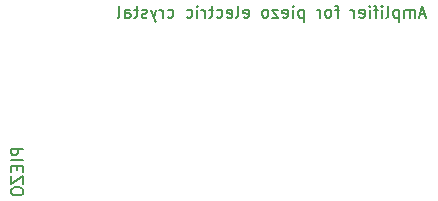
<source format=gbr>
%TF.GenerationSoftware,KiCad,Pcbnew,5.1.6-c6e7f7d~87~ubuntu20.04.1*%
%TF.CreationDate,2020-07-30T11:34:07+02:00*%
%TF.ProjectId,piezo,7069657a-6f2e-46b6-9963-61645f706362,rev?*%
%TF.SameCoordinates,Original*%
%TF.FileFunction,Legend,Bot*%
%TF.FilePolarity,Positive*%
%FSLAX46Y46*%
G04 Gerber Fmt 4.6, Leading zero omitted, Abs format (unit mm)*
G04 Created by KiCad (PCBNEW 5.1.6-c6e7f7d~87~ubuntu20.04.1) date 2020-07-30 11:34:07*
%MOMM*%
%LPD*%
G01*
G04 APERTURE LIST*
%ADD10C,0.150000*%
G04 APERTURE END LIST*
D10*
X134500000Y-118666666D02*
X134023809Y-118666666D01*
X134595238Y-118952380D02*
X134261904Y-117952380D01*
X133928571Y-118952380D01*
X133595238Y-118952380D02*
X133595238Y-118285714D01*
X133595238Y-118380952D02*
X133547619Y-118333333D01*
X133452380Y-118285714D01*
X133309523Y-118285714D01*
X133214285Y-118333333D01*
X133166666Y-118428571D01*
X133166666Y-118952380D01*
X133166666Y-118428571D02*
X133119047Y-118333333D01*
X133023809Y-118285714D01*
X132880952Y-118285714D01*
X132785714Y-118333333D01*
X132738095Y-118428571D01*
X132738095Y-118952380D01*
X132261904Y-118285714D02*
X132261904Y-119285714D01*
X132261904Y-118333333D02*
X132166666Y-118285714D01*
X131976190Y-118285714D01*
X131880952Y-118333333D01*
X131833333Y-118380952D01*
X131785714Y-118476190D01*
X131785714Y-118761904D01*
X131833333Y-118857142D01*
X131880952Y-118904761D01*
X131976190Y-118952380D01*
X132166666Y-118952380D01*
X132261904Y-118904761D01*
X131214285Y-118952380D02*
X131309523Y-118904761D01*
X131357142Y-118809523D01*
X131357142Y-117952380D01*
X130833333Y-118952380D02*
X130833333Y-118285714D01*
X130833333Y-117952380D02*
X130880952Y-118000000D01*
X130833333Y-118047619D01*
X130785714Y-118000000D01*
X130833333Y-117952380D01*
X130833333Y-118047619D01*
X130500000Y-118285714D02*
X130119047Y-118285714D01*
X130357142Y-118952380D02*
X130357142Y-118095238D01*
X130309523Y-118000000D01*
X130214285Y-117952380D01*
X130119047Y-117952380D01*
X129785714Y-118952380D02*
X129785714Y-118285714D01*
X129785714Y-117952380D02*
X129833333Y-118000000D01*
X129785714Y-118047619D01*
X129738095Y-118000000D01*
X129785714Y-117952380D01*
X129785714Y-118047619D01*
X128928571Y-118904761D02*
X129023809Y-118952380D01*
X129214285Y-118952380D01*
X129309523Y-118904761D01*
X129357142Y-118809523D01*
X129357142Y-118428571D01*
X129309523Y-118333333D01*
X129214285Y-118285714D01*
X129023809Y-118285714D01*
X128928571Y-118333333D01*
X128880952Y-118428571D01*
X128880952Y-118523809D01*
X129357142Y-118619047D01*
X128452380Y-118952380D02*
X128452380Y-118285714D01*
X128452380Y-118476190D02*
X128404761Y-118380952D01*
X128357142Y-118333333D01*
X128261904Y-118285714D01*
X128166666Y-118285714D01*
X127214285Y-118285714D02*
X126833333Y-118285714D01*
X127071428Y-118952380D02*
X127071428Y-118095238D01*
X127023809Y-118000000D01*
X126928571Y-117952380D01*
X126833333Y-117952380D01*
X126357142Y-118952380D02*
X126452380Y-118904761D01*
X126500000Y-118857142D01*
X126547619Y-118761904D01*
X126547619Y-118476190D01*
X126500000Y-118380952D01*
X126452380Y-118333333D01*
X126357142Y-118285714D01*
X126214285Y-118285714D01*
X126119047Y-118333333D01*
X126071428Y-118380952D01*
X126023809Y-118476190D01*
X126023809Y-118761904D01*
X126071428Y-118857142D01*
X126119047Y-118904761D01*
X126214285Y-118952380D01*
X126357142Y-118952380D01*
X125595238Y-118952380D02*
X125595238Y-118285714D01*
X125595238Y-118476190D02*
X125547619Y-118380952D01*
X125500000Y-118333333D01*
X125404761Y-118285714D01*
X125309523Y-118285714D01*
X124214285Y-118285714D02*
X124214285Y-119285714D01*
X124214285Y-118333333D02*
X124119047Y-118285714D01*
X123928571Y-118285714D01*
X123833333Y-118333333D01*
X123785714Y-118380952D01*
X123738095Y-118476190D01*
X123738095Y-118761904D01*
X123785714Y-118857142D01*
X123833333Y-118904761D01*
X123928571Y-118952380D01*
X124119047Y-118952380D01*
X124214285Y-118904761D01*
X123309523Y-118952380D02*
X123309523Y-118285714D01*
X123309523Y-117952380D02*
X123357142Y-118000000D01*
X123309523Y-118047619D01*
X123261904Y-118000000D01*
X123309523Y-117952380D01*
X123309523Y-118047619D01*
X122452380Y-118904761D02*
X122547619Y-118952380D01*
X122738095Y-118952380D01*
X122833333Y-118904761D01*
X122880952Y-118809523D01*
X122880952Y-118428571D01*
X122833333Y-118333333D01*
X122738095Y-118285714D01*
X122547619Y-118285714D01*
X122452380Y-118333333D01*
X122404761Y-118428571D01*
X122404761Y-118523809D01*
X122880952Y-118619047D01*
X122071428Y-118285714D02*
X121547619Y-118285714D01*
X122071428Y-118952380D01*
X121547619Y-118952380D01*
X121023809Y-118952380D02*
X121119047Y-118904761D01*
X121166666Y-118857142D01*
X121214285Y-118761904D01*
X121214285Y-118476190D01*
X121166666Y-118380952D01*
X121119047Y-118333333D01*
X121023809Y-118285714D01*
X120880952Y-118285714D01*
X120785714Y-118333333D01*
X120738095Y-118380952D01*
X120690476Y-118476190D01*
X120690476Y-118761904D01*
X120738095Y-118857142D01*
X120785714Y-118904761D01*
X120880952Y-118952380D01*
X121023809Y-118952380D01*
X119119047Y-118904761D02*
X119214285Y-118952380D01*
X119404761Y-118952380D01*
X119500000Y-118904761D01*
X119547619Y-118809523D01*
X119547619Y-118428571D01*
X119500000Y-118333333D01*
X119404761Y-118285714D01*
X119214285Y-118285714D01*
X119119047Y-118333333D01*
X119071428Y-118428571D01*
X119071428Y-118523809D01*
X119547619Y-118619047D01*
X118500000Y-118952380D02*
X118595238Y-118904761D01*
X118642857Y-118809523D01*
X118642857Y-117952380D01*
X117738095Y-118904761D02*
X117833333Y-118952380D01*
X118023809Y-118952380D01*
X118119047Y-118904761D01*
X118166666Y-118809523D01*
X118166666Y-118428571D01*
X118119047Y-118333333D01*
X118023809Y-118285714D01*
X117833333Y-118285714D01*
X117738095Y-118333333D01*
X117690476Y-118428571D01*
X117690476Y-118523809D01*
X118166666Y-118619047D01*
X116833333Y-118904761D02*
X116928571Y-118952380D01*
X117119047Y-118952380D01*
X117214285Y-118904761D01*
X117261904Y-118857142D01*
X117309523Y-118761904D01*
X117309523Y-118476190D01*
X117261904Y-118380952D01*
X117214285Y-118333333D01*
X117119047Y-118285714D01*
X116928571Y-118285714D01*
X116833333Y-118333333D01*
X116547619Y-118285714D02*
X116166666Y-118285714D01*
X116404761Y-117952380D02*
X116404761Y-118809523D01*
X116357142Y-118904761D01*
X116261904Y-118952380D01*
X116166666Y-118952380D01*
X115833333Y-118952380D02*
X115833333Y-118285714D01*
X115833333Y-118476190D02*
X115785714Y-118380952D01*
X115738095Y-118333333D01*
X115642857Y-118285714D01*
X115547619Y-118285714D01*
X115214285Y-118952380D02*
X115214285Y-118285714D01*
X115214285Y-117952380D02*
X115261904Y-118000000D01*
X115214285Y-118047619D01*
X115166666Y-118000000D01*
X115214285Y-117952380D01*
X115214285Y-118047619D01*
X114309523Y-118904761D02*
X114404761Y-118952380D01*
X114595238Y-118952380D01*
X114690476Y-118904761D01*
X114738095Y-118857142D01*
X114785714Y-118761904D01*
X114785714Y-118476190D01*
X114738095Y-118380952D01*
X114690476Y-118333333D01*
X114595238Y-118285714D01*
X114404761Y-118285714D01*
X114309523Y-118333333D01*
X112690476Y-118904761D02*
X112785714Y-118952380D01*
X112976190Y-118952380D01*
X113071428Y-118904761D01*
X113119047Y-118857142D01*
X113166666Y-118761904D01*
X113166666Y-118476190D01*
X113119047Y-118380952D01*
X113071428Y-118333333D01*
X112976190Y-118285714D01*
X112785714Y-118285714D01*
X112690476Y-118333333D01*
X112261904Y-118952380D02*
X112261904Y-118285714D01*
X112261904Y-118476190D02*
X112214285Y-118380952D01*
X112166666Y-118333333D01*
X112071428Y-118285714D01*
X111976190Y-118285714D01*
X111738095Y-118285714D02*
X111500000Y-118952380D01*
X111261904Y-118285714D02*
X111500000Y-118952380D01*
X111595238Y-119190476D01*
X111642857Y-119238095D01*
X111738095Y-119285714D01*
X110928571Y-118904761D02*
X110833333Y-118952380D01*
X110642857Y-118952380D01*
X110547619Y-118904761D01*
X110500000Y-118809523D01*
X110500000Y-118761904D01*
X110547619Y-118666666D01*
X110642857Y-118619047D01*
X110785714Y-118619047D01*
X110880952Y-118571428D01*
X110928571Y-118476190D01*
X110928571Y-118428571D01*
X110880952Y-118333333D01*
X110785714Y-118285714D01*
X110642857Y-118285714D01*
X110547619Y-118333333D01*
X110214285Y-118285714D02*
X109833333Y-118285714D01*
X110071428Y-117952380D02*
X110071428Y-118809523D01*
X110023809Y-118904761D01*
X109928571Y-118952380D01*
X109833333Y-118952380D01*
X109071428Y-118952380D02*
X109071428Y-118428571D01*
X109119047Y-118333333D01*
X109214285Y-118285714D01*
X109404761Y-118285714D01*
X109500000Y-118333333D01*
X109071428Y-118904761D02*
X109166666Y-118952380D01*
X109404761Y-118952380D01*
X109500000Y-118904761D01*
X109547619Y-118809523D01*
X109547619Y-118714285D01*
X109500000Y-118619047D01*
X109404761Y-118571428D01*
X109166666Y-118571428D01*
X109071428Y-118523809D01*
X108452380Y-118952380D02*
X108547619Y-118904761D01*
X108595238Y-118809523D01*
X108595238Y-117952380D01*
X100452380Y-130047619D02*
X99452380Y-130047619D01*
X99452380Y-130428571D01*
X99500000Y-130523809D01*
X99547619Y-130571428D01*
X99642857Y-130619047D01*
X99785714Y-130619047D01*
X99880952Y-130571428D01*
X99928571Y-130523809D01*
X99976190Y-130428571D01*
X99976190Y-130047619D01*
X100452380Y-131047619D02*
X99452380Y-131047619D01*
X99928571Y-131523809D02*
X99928571Y-131857142D01*
X100452380Y-132000000D02*
X100452380Y-131523809D01*
X99452380Y-131523809D01*
X99452380Y-132000000D01*
X99452380Y-132333333D02*
X99452380Y-133000000D01*
X100452380Y-132333333D01*
X100452380Y-133000000D01*
X99452380Y-133571428D02*
X99452380Y-133761904D01*
X99500000Y-133857142D01*
X99595238Y-133952380D01*
X99785714Y-134000000D01*
X100119047Y-134000000D01*
X100309523Y-133952380D01*
X100404761Y-133857142D01*
X100452380Y-133761904D01*
X100452380Y-133571428D01*
X100404761Y-133476190D01*
X100309523Y-133380952D01*
X100119047Y-133333333D01*
X99785714Y-133333333D01*
X99595238Y-133380952D01*
X99500000Y-133476190D01*
X99452380Y-133571428D01*
M02*

</source>
